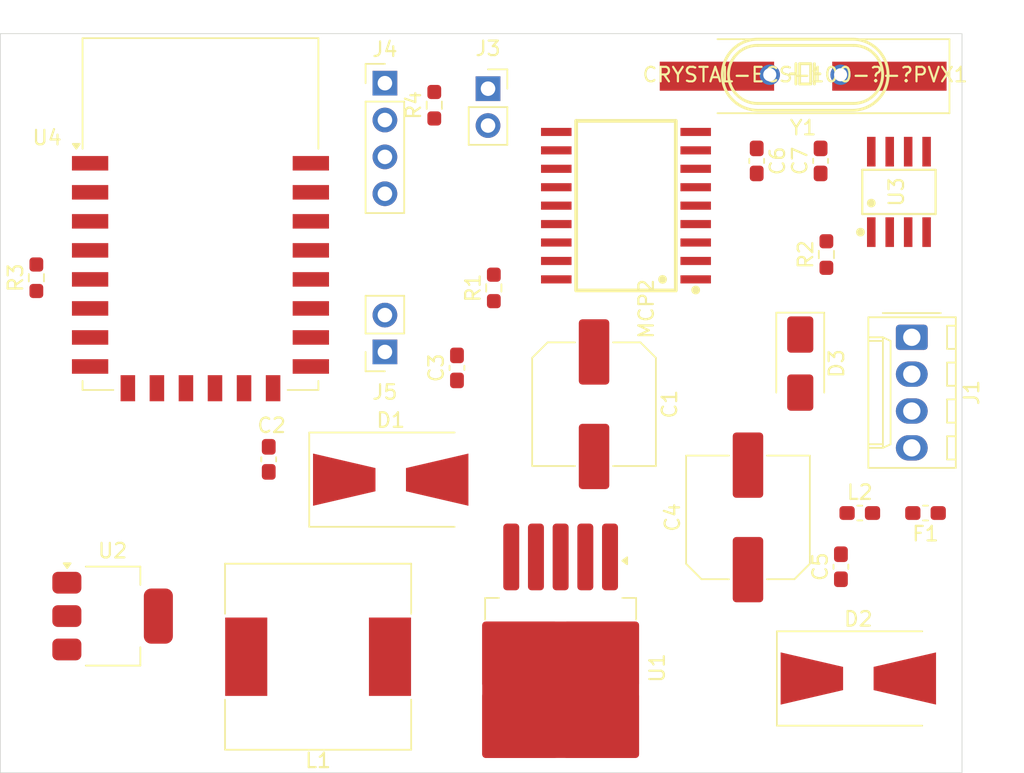
<source format=kicad_pcb>
(kicad_pcb (version 20240108) (generator "pcbnew") (generator_version "8.0")
  (layers (0 "F.Cu" signal "Top Layer") (31 "B.Cu" signal "Bottom Layer") (34 "B.Paste" user "Bottom Paste Mask Layer") (35 "F.Paste" user "Top Paste Mask Layer") (36 "B.SilkS" user "Bottom Silkscreen Layer") (37 "F.SilkS" user "Top Silkscreen Layer") (38 "B.Mask" user "Bottom Solder Mask Layer") (39 "F.Mask" user "Top Solder Mask Layer") (44 "Edge.Cuts" user "Multi-Layer"))
  (net 0 "")
  (net 1 "GND")
  (net 2 "VCC")
  (net 3 "Net-(D2-K)")
  (net 4 "Net-(MCP2-OSC2)")
  (net 5 "Net-(MCP2-OSC1)")
  (net 6 "Net-(D1-K)")
  (net 7 "Net-(D2-A)")
  (net 8 "Net-(D3-A2)")
  (net 9 "Net-(MCP2-SO)")
  (net 10 "Net-(MCP2-~INT~)")
  (net 11 "Net-(MCP2-~CS~)")
  (net 15 "Net-(MCP2-SI)")
  (net 16 "Net-(MCP2-~RESET~)")
  (net 17 "Net-(MCP2-SCK)")
  (net 20 "Net-(MCP2-TXCAN)")
  (net 21 "Net-(MCP2-RXCAN)")
  (net 23 "Net-(U3-CANH)")
  (net 24 "Net-(J1-Pin_1)")
  (net 25 "Net-(U4-EN)")
  (net 26 "+3.3V")
  (net 28 "Net-(J1-Pin_2)")
  (net 34 "+12V")
  (net 39 "Net-(J3-Pin_2)")
  (net 41 "Net-(J4-Pin_2)")
  (net 42 "Net-(J4-Pin_3)")
  (net 43 "Net-(J5-Pin_2)")
  (footprint "Resistor_SMD:R_0603_1608Metric_Pad0.98x0.95mm_HandSolder" (layer "F.Cu") (at 182.9 96.3875 90)
    (property "Reference" "R1" (at 0 -1.43 90) (layer "F.SilkS"))
    (property "Value" "10 k")
    (fp_line (start -0.254724 -0.5225) (end 0.254724 -0.5225) (stroke (width 0.12)) (layer "F.SilkS"))
    (fp_line (start -0.254724 0.5225) (end 0.254724 0.5225) (stroke (width 0.12)) (layer "F.SilkS"))
    (pad "1" smd roundrect (at -0.9125 0 90) (size 0.975 0.95) (layers "F.Cu" "F.Paste" "F.Mask") (net 2 "VCC"))
    (pad "2" smd roundrect (at 0.9125 0 90) (size 0.975 0.95) (layers "F.Cu" "F.Paste" "F.Mask") (net 16 "Net-(MCP2-~RESET~)"))
  )
  (footprint "Connector_PinSocket_2.54mm:PinSocket_1x02_P2.54mm_Vertical" (layer "F.Cu") (at 175.4 100.8 180)
    (property "Reference" "J5" (at 0 -2.77 0) (layer "F.SilkS"))
    (property "Value" "BOOT")
    (fp_line (start 1.33 1.27) (end 1.33 3.87) (stroke (width 0.12)) (layer "F.SilkS"))
    (fp_line (start 1.33 -1.33) (end 1.33 0) (stroke (width 0.12)) (layer "F.SilkS"))
    (fp_line (start 0 -1.33) (end 1.33 -1.33) (stroke (width 0.12)) (layer "F.SilkS"))
    (fp_line (start -1.33 3.87) (end 1.33 3.87) (stroke (width 0.12)) (layer "F.SilkS"))
    (fp_line (start -1.33 1.27) (end 1.33 1.27) (stroke (width 0.12)) (layer "F.SilkS"))
    (fp_line (start -1.33 1.27) (end -1.33 3.87) (stroke (width 0.12)) (layer "F.SilkS"))
    (pad "1" thru_hole rect (at 0 0 180) (size 1.7 1.7) (drill 1) (layers "*.Cu" "*.Mask") (net 1 "GND"))
    (pad "2" thru_hole oval (at 0 2.54 180) (size 1.7 1.7) (drill 1) (layers "*.Cu" "*.Mask") (net 43 "Net-(J5-Pin_2)"))
  )
  (footprint "Capacitor_SMD:C_0603_1608Metric_Pad1.08x0.95mm_HandSolder" (layer "F.Cu") (at 167.4 108.2 90)
    (property "Reference" "C2" (at 2.3375 0.2 0) (layer "F.SilkS"))
    (property "Value" "100 nF")
    (fp_line (start -0.146267 -0.51) (end 0.146267 -0.51) (stroke (width 0.12)) (layer "F.SilkS"))
    (fp_line (start -0.146267 0.51) (end 0.146267 0.51) (stroke (width 0.12)) (layer "F.SilkS"))
    (pad "1" smd roundrect (at -0.8625 0 90) (size 1.075 0.95) (layers "F.Cu" "F.Paste" "F.Mask") (net 2 "VCC"))
    (pad "2" smd roundrect (at 0.8625 0 90) (size 1.075 0.95) (layers "F.Cu" "F.Paste" "F.Mask") (net 1 "GND"))
  )
  (footprint "ProPrj_CAN_2025-04-09:SOIC-8E" (layer "F.Cu") (at 210.795 89.7725 90)
    (property "Reference" "U3" (at 0 -0.174625 90) (layer "F.SilkS"))
    (property "Value" "TJA1050DRG")
    (fp_line (start 1.5215 -2.526) (end -1.5215 -2.526) (stroke (width 0.1525)) (layer "F.SilkS"))
    (fp_line (start 1.5215 2.526) (end 1.5215 -2.526) (stroke (width 0.1525)) (layer "F.SilkS"))
    (fp_line (start 1.5215 2.526) (end -1.5215 2.526) (stroke (width 0.1525)) (layer "F.SilkS"))
    (fp_line (start -1.5215 2.526) (end -1.5215 -2.526) (stroke (width 0.1525)) (layer "F.SilkS"))
    (fp_circle (center -2.7725 -2.6515) (end -2.6225 -2.6515) (stroke (width 0.3)) (fill none) (layer "F.SilkS"))
    (fp_circle (center -0.769 -1.905) (end -0.619 -1.905) (stroke (width 0.3)) (fill none) (layer "F.SilkS"))
    (pad "1" smd rect (at -2.7725 -1.905) (size 0.588 2.045) (layers "F.Cu" "F.Paste" "F.Mask") (net 20 "Net-(MCP2-TXCAN)"))
    (pad "2" smd rect (at -2.7725 -0.635) (size 0.588 2.045) (layers "F.Cu" "F.Paste" "F.Mask") (net 1 "GND"))
    (pad "3" smd rect (at -2.7725 0.635) (size 0.588 2.045) (layers "F.Cu" "F.Paste" "F.Mask") (net 2 "VCC"))
    (pad "4" smd rect (at -2.7725 1.905) (size 0.588 2.045) (layers "F.Cu" "F.Paste" "F.Mask") (net 21 "Net-(MCP2-RXCAN)"))
    (pad "5" smd rect (at 2.7725 1.905) (size 0.588 2.045) (layers "F.Cu" "F.Paste" "F.Mask"))
    (pad "6" smd rect (at 2.7725 0.635) (size 0.588 2.045) (layers "F.Cu" "F.Paste" "F.Mask") (net 28 "Net-(J1-Pin_2)"))
    (pad "7" smd rect (at 2.7725 -0.635) (size 0.588 2.045) (layers "F.Cu" "F.Paste" "F.Mask") (net 23 "Net-(U3-CANH)"))
    (pad "8" smd rect (at 2.7725 -1.905) (size 0.588 2.045) (layers "F.Cu" "F.Paste" "F.Mask") (net 1 "GND"))
  )
  (footprint "Diode_SMD:D_SMB-SMC_Universal_Handsoldering" (layer "F.Cu") (at 208 123.3)
    (property "Reference" "D2" (at 0 -4.1 0) (layer "F.SilkS"))
    (property "Value" "SS510C")
    (fp_line (start -5.61 -3.25) (end 4.4 -3.25) (stroke (width 0.12)) (layer "F.SilkS"))
    (fp_line (start -5.61 3.25) (end -5.61 -3.25) (stroke (width 0.12)) (layer "F.SilkS"))
    (fp_line (start -5.61 3.25) (end 4.4 3.25) (stroke (width 0.12)) (layer "F.SilkS"))
    (pad "1" smd trapezoid (at -3.2 0) (size 4.3 2.6) (rect_delta 1 0) (layers "F.Cu" "F.Paste" "F.Mask") (net 3 "Net-(D2-K)"))
    (pad "2" smd trapezoid (at 3.2 0 180) (size 4.3 2.6) (rect_delta 1 0) (layers "F.Cu" "F.Paste" "F.Mask") (net 7 "Net-(D2-A)"))
  )
  (footprint "Inductor_SMD:L_0603_1608Metric_Pad1.05x0.95mm_HandSolder" (layer "F.Cu") (at 212.625 111.9 180)
    (property "Reference" "F1" (at 0 -1.43 0) (layer "F.SilkS"))
    (property "Value" "MF-SM185/33-2")
    (fp_line (start -0.171267 0.51) (end 0.171267 0.51) (stroke (width 0.12)) (layer "F.SilkS"))
    (fp_line (start -0.171267 -0.51) (end 0.171267 -0.51) (stroke (width 0.12)) (layer "F.SilkS"))
    (pad "1" smd roundrect (at -0.875 0 180) (size 1.05 0.95) (layers "F.Cu" "F.Paste" "F.Mask") (net 34 "+12V"))
    (pad "2" smd roundrect (at 0.875 0 180) (size 1.05 0.95) (layers "F.Cu" "F.Paste" "F.Mask") (net 8 "Net-(D3-A2)"))
  )
  (footprint "Connector_PinSocket_2.54mm:PinSocket_1x02_P2.54mm_Vertical" (layer "F.Cu") (at 182.5 82.66)
    (property "Reference" "J3" (at 0 -2.77 0) (layer "F.SilkS"))
    (property "Value" "RESET")
    (fp_line (start -1.33 1.27) (end -1.33 3.87) (stroke (width 0.12)) (layer "F.SilkS"))
    (fp_line (start -1.33 1.27) (end 1.33 1.27) (stroke (width 0.12)) (layer "F.SilkS"))
    (fp_line (start -1.33 3.87) (end 1.33 3.87) (stroke (width 0.12)) (layer "F.SilkS"))
    (fp_line (start 0 -1.33) (end 1.33 -1.33) (stroke (width 0.12)) (layer "F.SilkS"))
    (fp_line (start 1.33 -1.33) (end 1.33 0) (stroke (width 0.12)) (layer "F.SilkS"))
    (fp_line (start 1.33 1.27) (end 1.33 3.87) (stroke (width 0.12)) (layer "F.SilkS"))
    (pad "1" thru_hole rect (at 0 0) (size 1.7 1.7) (drill 1) (layers "*.Cu" "*.Mask") (net 1 "GND"))
    (pad "2" thru_hole oval (at 0 2.54) (size 1.7 1.7) (drill 1) (layers "*.Cu" "*.Mask") (net 39 "Net-(J3-Pin_2)"))
  )
  (footprint "Diode_SMD:D_SMB-SMC_Universal_Handsoldering" (layer "F.Cu") (at 175.8 109.6)
    (property "Reference" "D1" (at 0 -4.1 0) (layer "F.SilkS"))
    (property "Value" "SS510C")
    (fp_line (start -5.61 -3.25) (end 4.4 -3.25) (stroke (width 0.12)) (layer "F.SilkS"))
    (fp_line (start -5.61 3.25) (end -5.61 -3.25) (stroke (width 0.12)) (layer "F.SilkS"))
    (fp_line (start -5.61 3.25) (end 4.4 3.25) (stroke (width 0.12)) (layer "F.SilkS"))
    (pad "1" smd trapezoid (at -3.2 0) (size 4.3 2.6) (rect_delta 1 0) (layers "F.Cu" "F.Paste" "F.Mask") (net 6 "Net-(D1-K)"))
    (pad "2" smd trapezoid (at 3.2 0 180) (size 4.3 2.6) (rect_delta 1 0) (layers "F.Cu" "F.Paste" "F.Mask") (net 1 "GND"))
  )
  (footprint "Inductor_SMD:L_SXN_SMDRI127" (layer "F.Cu") (at 170.8 121.8 180)
    (property "Reference" "L1" (at 0 -7.15 180) (layer "F.SilkS"))
    (property "Value" "100 uH")
    (fp_line (start 6.41 6.41) (end 6.41 2.96) (stroke (width 0.12)) (layer "F.SilkS"))
    (fp_line (start 6.41 -6.41) (end 6.41 -2.96) (stroke (width 0.12)) (layer "F.SilkS"))
    (fp_line (start -6.41 6.41) (end 6.41 6.41) (stroke (width 0.12)) (layer "F.SilkS"))
    (fp_line (start -6.41 6.41) (end -6.41 2.96) (stroke (width 0.12)) (layer "F.SilkS"))
    (fp_line (start -6.41 -6.41) (end 6.41 -6.41) (stroke (width 0.12)) (layer "F.SilkS"))
    (fp_line (start -6.41 -6.41) (end -6.41 -2.96) (stroke (width 0.12)) (layer "F.SilkS"))
    (pad "1" smd rect (at -4.95 0 180) (size 2.9 5.4) (layers "F.Cu" "F.Paste" "F.Mask") (net 6 "Net-(D1-K)"))
    (pad "2" smd rect (at 4.95 0 180) (size 2.9 5.4) (layers "F.Cu" "F.Paste" "F.Mask") (net 2 "VCC"))
  )
  (footprint "Resistor_SMD:R_0603_1608Metric_Pad0.98x0.95mm_HandSolder" (layer "F.Cu") (at 178.8 83.8 90)
    (property "Reference" "R4" (at 0 -1.43 90) (layer "F.SilkS"))
    (property "Value" "10 k")
    (fp_line (start -0.254724 -0.5225) (end 0.254724 -0.5225) (stroke (width 0.12)) (layer "F.SilkS"))
    (fp_line (start -0.254724 0.5225) (end 0.254724 0.5225) (stroke (width 0.12)) (layer "F.SilkS"))
    (pad "1" smd roundrect (at -0.9125 0 90) (size 0.975 0.95) (layers "F.Cu" "F.Paste" "F.Mask") (net 26 "+3.3V"))
    (pad "2" smd roundrect (at 0.9125 0 90) (size 0.975 0.95) (layers "F.Cu" "F.Paste" "F.Mask") (net 39 "Net-(J3-Pin_2)"))
  )
  (footprint "RF_Module:ESP-12E" (layer "F.Cu") (at 162.7 91.3)
    (property "Reference" "U4" (at -10.56 -5.26 0) (layer "F.SilkS"))
    (property "Value" "ESP-12F")
    (fp_line (start -8.12 -12.12) (end 8.12 -12.12) (stroke (width 0.12)) (layer "F.SilkS"))
    (fp_line (start -8.12 -4.5) (end -8.12 -12.12) (stroke (width 0.12)) (layer "F.SilkS"))
    (fp_line (start -8.12 12.12) (end -8.12 11.5) (stroke (width 0.12)) (layer "F.SilkS"))
    (fp_line (start -6 12.12) (end -8.12 12.12) (stroke (width 0.12)) (layer "F.SilkS"))
    (fp_line (start 8.12 -12.12) (end 8.12 -4.5) (stroke (width 0.12)) (layer "F.SilkS"))
    (fp_line (start 8.12 11.5) (end 8.12 12.12) (stroke (width 0.12)) (layer "F.SilkS"))
    (fp_line (start 8.12 12.12) (end 6 12.12) (stroke (width 0.12)) (layer "F.SilkS"))
    (fp_poly (pts (xy -8.55 -4.5) (xy -8.79 -4.836) (xy -8.31 -4.836) (xy -8.55 -4.5)) (stroke (width 0.12)) (fill solid) (layer "F.SilkS"))
    (pad "1" smd rect (at -7.6 -3.5) (size 2.5 1) (layers "F.Cu" "F.Paste" "F.Mask") (net 39 "Net-(J3-Pin_2)"))
    (pad "2" smd rect (at -7.6 -1.5) (size 2.5 1) (layers "F.Cu" "F.Paste" "F.Mask"))
    (pad "3" smd rect (at -7.6 0.5) (size 2.5 1) (layers "F.Cu" "F.Paste" "F.Mask") (net 25 "Net-(U4-EN)"))
    (pad "4" smd rect (at -7.6 2.5) (size 2.5 1) (layers "F.Cu" "F.Paste" "F.Mask"))
    (pad "5" smd rect (at -7.6 4.5) (size 2.5 1) (layers "F.Cu" "F.Paste" "F.Mask") (net 17 "Net-(MCP2-SCK)"))
    (pad "6" smd rect (at -7.6 6.5) (size 2.5 1) (layers "F.Cu" "F.Paste" "F.Mask") (net 9 "Net-(MCP2-SO)"))
    (pad "7" smd rect (at -7.6 8.5) (size 2.5 1) (layers "F.Cu" "F.Paste" "F.Mask") (net 15 "Net-(MCP2-SI)"))
    (pad "8" smd rect (at -7.6 10.5) (size 2.5 1) (layers "F.Cu" "F.Paste" "F.Mask") (net 26 "+3.3V"))
    (pad "9" smd rect (at -5 12) (size 1 1.8) (layers "F.Cu" "F.Paste" "F.Mask"))
    (pad "10" smd rect (at -3 12) (size 1 1.8) (layers "F.Cu" "F.Paste" "F.Mask"))
    (pad "11" smd rect (at -1 12) (size 1 1.8) (layers "F.Cu" "F.Paste" "F.Mask"))
    (pad "12" smd rect (at 1 12) (size 1 1.8) (layers "F.Cu" "F.Paste" "F.Mask"))
    (pad "13" smd rect (at 3 12) (size 1 1.8) (layers "F.Cu" "F.Paste" "F.Mask"))
    (pad "14" smd rect (at 5 12) (size 1 1.8) (layers "F.Cu" "F.Paste" "F.Mask"))
    (pad "15" smd rect (at 7.6 10.5) (size 2.5 1) (layers "F.Cu" "F.Paste" "F.Mask") (net 1 "GND"))
    (pad "16" smd rect (at 7.6 8.5) (size 2.5 1) (layers "F.Cu" "F.Paste" "F.Mask") (net 11 "Net-(MCP2-~CS~)"))
    (pad "17" smd rect (at 7.6 6.5) (size 2.5 1) (layers "F.Cu" "F.Paste" "F.Mask"))
    (pad "18" smd rect (at 7.6 4.5) (size 2.5 1) (layers "F.Cu" "F.Paste" "F.Mask") (net 43 "Net-(J5-Pin_2)"))
    (pad "19" smd rect (at 7.6 2.5) (size 2.5 1) (layers "F.Cu" "F.Paste" "F.Mask"))
    (pad "20" smd rect (at 7.6 0.5) (size 2.5 1) (layers "F.Cu" "F.Paste" "F.Mask") (net 10 "Net-(MCP2-~INT~)"))
    (pad "21" smd rect (at 7.6 -1.5) (size 2.5 1) (layers "F.Cu" "F.Paste" "F.Mask") (net 42 "Net-(J4-Pin_3)"))
    (pad "22" smd rect (at 7.6 -3.5) (size 2.5 1) (layers "F.Cu" "F.Paste" "F.Mask") (net 41 "Net-(J4-Pin_2)"))
  )
  (footprint "Inductor_SMD:L_0603_1608Metric_Pad1.05x0.95mm_HandSolder" (layer "F.Cu") (at 208.1 111.9)
    (property "Reference" "L2" (at 0 -1.43 0) (layer "F.SilkS"))
    (property "Value" "BLM18PG121SN1D")
    (fp_line (start -0.171267 -0.51) (end 0.171267 -0.51) (stroke (width 0.12)) (layer "F.SilkS"))
    (fp_line (start -0.171267 0.51) (end 0.171267 0.51) (stroke (width 0.12)) (layer "F.SilkS"))
    (pad "1" smd roundrect (at -0.875 0) (size 1.05 0.95) (layers "F.Cu" "F.Paste" "F.Mask") (net 8 "Net-(D3-A2)"))
    (pad "2" smd roundrect (at 0.875 0) (size 1.05 0.95) (layers "F.Cu" "F.Paste" "F.Mask") (net 7 "Net-(D2-A)"))
  )
  (footprint "Capacitor_SMD:C_0603_1608Metric_Pad1.08x0.95mm_HandSolder" (layer "F.Cu") (at 206.8 115.6 90)
    (property "Reference" "C5" (at 0 -1.43 90) (layer "F.SilkS"))
    (property "Value" "100 nF")
    (fp_line (start -0.146267 -0.51) (end 0.146267 -0.51) (stroke (width 0.12)) (layer "F.SilkS"))
    (fp_line (start -0.146267 0.51) (end 0.146267 0.51) (stroke (width 0.12)) (layer "F.SilkS"))
    (pad "1" smd roundrect (at -0.8625 0 90) (size 1.075 0.95) (layers "F.Cu" "F.Paste" "F.Mask") (net 3 "Net-(D2-K)"))
    (pad "2" smd roundrect (at 0.8625 0 90) (size 1.075 0.95) (layers "F.Cu" "F.Paste" "F.Mask") (net 1 "GND"))
  )
  (footprint "Diode_SMD:D_SMA" (layer "F.Cu") (at 204 101.6 -90)
    (property "Reference" "D3" (at 0 -2.5 90) (layer "F.SilkS"))
    (property "Value" "SMAJ33CA")
    (fp_line (start -3.51 1.65) (end 2 1.65) (stroke (width 0.12)) (layer "F.SilkS"))
    (fp_line (start -3.51 -1.65) (end -3.51 1.65) (stroke (width 0.12)) (layer "F.SilkS"))
    (fp_line (start -3.51 -1.65) (end 2 -1.65) (stroke (width 0.12)) (layer "F.SilkS"))
    (pad "1" smd roundrect (at -2 0 270) (size 2.5 1.8) (layers "F.Cu" "F.Paste" "F.Mask") (roundrect_rratio 0.1388888889) (net 1 "GND"))
    (pad "2" smd roundrect (at 2 0 270) (size 2.5 1.8) (layers "F.Cu" "F.Paste" "F.Mask") (roundrect_rratio 0.1388888889) (net 8 "Net-(D3-A2)"))
  )
  (footprint "Crystal:Crystal_SMD_HC49-SD_HandSoldering" (layer "F.Cu") (at 204.2 81.8 180)
    (property "Reference" "Y1" (at 0 -3.55 0) (layer "F.SilkS"))
    (property "Value" "Crystal")
    (fp_line (start 5.9 -2.55) (end -10.075 -2.55) (stroke (width 0.12)) (layer "F.SilkS"))
    (fp_line (start -10.075 2.55) (end 5.9 2.55) (stroke (width 0.12)) (layer "F.SilkS"))
    (fp_line (start -10.075 -2.55) (end -10.075 2.55) (stroke (width 0.12)) (layer "F.SilkS"))
    (pad "1" smd rect (at -5.9375 0 180) (size 7.875 2) (layers "F.Cu" "F.Paste" "F.Mask") (net 5 "Net-(MCP2-OSC1)"))
    (pad "2" smd rect (at 5.9375 0 180) (size 7.875 2) (layers "F.Cu" "F.Paste" "F.Mask") (net 4 "Net-(MCP2-OSC2)"))
  )
  (footprint "Package_TO_SOT_SMD:SOT-223-3_TabPin2" (layer "F.Cu") (at 156.65 119)
    (property "Reference" "U2" (at 0 -4.5 0) (layer "F.SilkS"))
    (property "Value" "AMS1117-3.3")
    (fp_line (start -1.85 -3.41) (end 1.91 -3.41) (stroke (width 0.12)) (layer "F.SilkS"))
    (fp_line (start -1.85 3.41) (end 1.91 3.41) (stroke (width 0.12)) (layer "F.SilkS"))
    (fp_line (start 1.91 -3.41) (end 1.91 -2.15) (stroke (width 0.12)) (layer "F.SilkS"))
    (fp_line (start 1.91 3.41) (end 1.91 2.15) (stroke (width 0.12)) (layer "F.SilkS"))
    (fp_poly (pts (xy -3.13 -3.31) (xy -3.37 -3.64) (xy -2.89 -3.64) (xy -3.13 -3.31)) (stroke (width 0.12)) (fill solid) (layer "F.SilkS"))
    (pad "1" smd roundrect (at -3.15 -2.3) (size 2 1.5) (layers "F.Cu" "F.Paste" "F.Mask") (net 1 "GND"))
    (pad "2" smd roundrect (at -3.15 0) (size 2 1.5) (layers "F.Cu" "F.Paste" "F.Mask") (net 26 "+3.3V"))
    (pad "2" smd roundrect (at 3.15 0) (size 2 3.8) (layers "F.Cu" "F.Paste" "F.Mask") (net 26 "+3.3V"))
    (pad "3" smd roundrect (at -3.15 2.3) (size 2 1.5) (layers "F.Cu" "F.Paste" "F.Mask") (net 2 "VCC"))
  )
  (footprint "Resistor_SMD:R_0603_1608Metric_Pad0.98x0.95mm_HandSolder" (layer "F.Cu") (at 151.4 95.6875 90)
    (property "Reference" "R3" (at 0 -1.43 90) (layer "F.SilkS"))
    (property "Value" "10 k")
    (fp_line (start -0.254724 -0.5225) (end 0.254724 -0.5225) (stroke (width 0.12)) (layer "F.SilkS"))
    (fp_line (start -0.254724 0.5225) (end 0.254724 0.5225) (stroke (width 0.12)) (layer "F.SilkS"))
    (pad "1" smd roundrect (at -0.9125 0 90) (size 0.975 0.95) (layers "F.Cu" "F.Paste" "F.Mask") (net 26 "+3.3V"))
    (pad "2" smd roundrect (at 0.9125 0 90) (size 0.975 0.95) (layers "F.Cu" "F.Paste" "F.Mask") (net 25 "Net-(U4-EN)"))
  )
  (footprint "ProPrj_CAN_2025-04-09:HC-49US_L11.5-W4.5-P4.88" (layer "F.Cu") (at 204.338 81.7 180)
    (property "Reference" "CRYSTAL-ECS-100-?-?PVX1" (at 0 0 0) (layer "F.SilkS"))
    (property "Value" "8MHz")
    (fp_line (start 3.2815 2.0235) (end -3.334 2.0235) (stroke (width 0.2)) (layer "F.SilkS"))
    (fp_line (start 3.2815 -1.9765) (end -3.334 -1.9765) (stroke (width 0.2)) (layer "F.SilkS"))
    (fp_line (start 3.2 2.45) (end -3.2 2.45) (stroke (width 0.2)) (layer "F.SilkS"))
    (fp_line (start 3.2 -2.45) (end -3.2 -2.45) (stroke (width 0.2)) (layer "F.SilkS"))
    (fp_line (start 1.016 0.0635) (end 0.635 0.0635) (stroke (width 0.2)) (layer "F.SilkS"))
    (fp_line (start 0.635 -0.635) (end 0.635 0.762) (stroke (width 0.2)) (layer "F.SilkS"))
    (fp_line (start 0.381 0.762) (end -0.381 0.762) (stroke (width 0.2)) (layer "F.SilkS"))
    (fp_line (start 0.381 -0.635) (end 0.381 0.762) (stroke (width 0.2)) (layer "F.SilkS"))
    (fp_line (start 0.381 -0.635) (end -0.381 -0.635) (stroke (width 0.2)) (layer "F.SilkS"))
    (fp_line (start -0.381 -0.635) (end -0.381 0.762) (stroke (width 0.2)) (layer "F.SilkS"))
    (fp_line (start -0.635 0.0635) (end -1.016 0.0635) (stroke (width 0.2)) (layer "F.SilkS"))
    (fp_line (start -0.635 -0.635) (end -0.635 0.762) (stroke (width 0.2)) (layer "F.SilkS"))
    (fp_arc (start 3.2815 -1.9765) (mid 5.2815 0.0235) (end 3.2815 2.0235) (stroke (width 0.2)) (layer "F.SilkS"))
    (fp_arc (start 3.273 -2.45) (mid 5.723 0) (end 3.273 2.45) (stroke (width 0.2)) (layer "F.SilkS"))
    (fp_arc (start -3.273 2.45) (mid -5.723 0) (end -3.273 -2.45) (stroke (width 0.2)) (layer "F.SilkS"))
    (fp_arc (start -3.334 2.0235) (mid -5.334 0.0235) (end -3.334 -1.9765) (stroke (width 0.2)) (layer "F.SilkS"))
    (pad "1" thru_hole circle (at -2.438 0 180) (size 1.4 1.4) (drill 0.9) (layers "*.Cu" "*.Mask") (net 5 "Net-(MCP2-OSC1)"))
    (pad "2" thru_hole circle (at 2.438 0 180) (size 1.4 1.4) (drill 0.9) (layers "*.Cu" "*.Mask") (net 4 "Net-(MCP2-OSC2)"))
  )
  (footprint "Package_TO_SOT_SMD:TO-263-5_TabPin3" (layer "F.Cu") (at 187.5 122.575 -90)
    (property "Reference" "U1" (at 0 -6.65 -90) (layer "F.SilkS"))
    (property "Value" "LM2575-5.0BT")
    (fp_line (start -4.825 5.2) (end -4.825 4.25) (stroke (width 0.12)) (layer "F.SilkS"))
    (fp_line (start -3.325 5.2) (end -4.825 5.2) (stroke (width 0.12)) (layer "F.SilkS"))
    (fp_line (start -4.825 -5.2) (end -4.825 -4.25) (stroke (width 0.12)) (layer "F.SilkS"))
    (fp_line (start -3.325 -5.2) (end -4.825 -5.2) (stroke (width 0.12)) (layer "F.SilkS"))
    (fp_poly (pts (xy -7.3875 -4.25) (xy -7.6275 -4.58) (xy -7.1475 -4.58) (xy -7.3875 -4.25)) (stroke (width 0.12)) (fill solid) (layer "F.SilkS"))
    (pad "1" smd roundrect (at -7.65 -3.4 270) (size 4.6 1.1) (layers "F.Cu" "F.Paste" "F.Mask") (roundrect_rratio 0.227273) (net 3 "Net-(D2-K)"))
    (pad "2" smd roundrect (at -7.65 -1.7 270) (size 4.6 1.1) (layers "F.Cu" "F.Paste" "F.Mask") (roundrect_rratio 0.227273) (net 6 "Net-(D1-K)"))
    (pad "3" smd roundrect (at -7.65 0 270) (size 4.6 1.1) (layers "F.Cu" "F.Paste" "F.Mask") (roundrect_rratio 0.227273) (net 1 "GND"))
    (pad "3" smd roundrect (at -0.925 -2.775 270) (size 4.55 5.25) (layers "F.Cu" "F.Paste") (roundrect_rratio 0.054945) (net 1 "GND"))
    (pad "3" smd roundrect (at -0.925 2.775 270) (size 4.55 5.25) (layers "F.Cu" "F.Paste") (roundrect_rratio 0.054945) (net 1 "GND"))
    (pad "3" smd roundrect (at 1.5 0 270) (size 9.4 10.8) (layers "F.Cu" "F.Mask") (roundrect_rratio 0.026596) (net 1 "GND"))
    (pad "3" smd roundrect (at 3.925 -2.775 270) (size 4.55 5.25) (layers "F.Cu" "F.Paste") (roundrect_rratio 0.054945) (net 1 "GND"))
    (pad "3" smd roundrect (at 3.925 2.775 270) (size 4.55 5.25) (layers "F.Cu" "F.Paste") (roundrect_rratio 0.054945) (net 1 "GND"))
    (pad "4" smd roundrect (at -7.65 1.7 270) (size 4.6 1.1) (layers "F.Cu" "F.Paste" "F.Mask") (roundrect_rratio 0.227273) (net 2 "VCC"))
    (pad "5" smd roundrect (at -7.65 3.4 270) (size 4.6 1.1) (layers "F.Cu" "F.Paste" "F.Mask") (roundrect_rratio 0.227273) (net 1 "GND"))
  )
  (footprint "Connector_Molex:Molex_KK-254_AE-6410-04A_1x04_P2.54mm_Vertical" (layer "F.Cu") (at 211.68 99.79 -90)
    (property "Reference" "J1" (at 3.81 -4.12 90) (layer "F.SilkS"))
    (property "Value" "KF2510-4")
    (fp_line (start -1.38 2.99) (end 9 2.99) (stroke (width 0.12)) (layer "F.SilkS"))
    (fp_line (start 0 2.99) (end 0 1.99) (stroke (width 0.12)) (layer "F.SilkS"))
    (fp_line (start 0.25 2.99) (end 0.25 1.99) (stroke (width 0.12)) (layer "F.SilkS"))
    (fp_line (start 7.37 2.99) (end 7.37 1.99) (stroke (width 0.12)) (layer "F.SilkS"))
    (fp_line (start 9 2.99) (end 9 -3.03) (stroke (width 0.12)) (layer "F.SilkS"))
    (fp_line (start 0 1.99) (end 7.62 1.99) (stroke (width 0.12)) (layer "F.SilkS"))
    (fp_line (start 0 1.99) (end 0.25 1.46) (stroke (width 0.12)) (layer "F.SilkS"))
    (fp_line (start 7.62 1.99) (end 7.62 2.99) (stroke (width 0.12)) (layer "F.SilkS"))
    (fp_line (start 0.25 1.46) (end 7.37 1.46) (stroke (width 0.12)) (layer "F.SilkS"))
    (fp_line (start 7.37 1.46) (end 7.62 1.99) (stroke (width 0.12)) (layer "F.SilkS"))
    (fp_line (start -1.67 -2) (end -1.67 2) (stroke (width 0.12)) (layer "F.SilkS"))
    (fp_line (start -0.8 -2.43) (end 0.8 -2.43) (stroke (width 0.12)) (layer "F.SilkS"))
    (fp_line (start 0.8 -2.43) (end 0.8 -3.03) (stroke (width 0.12)) (layer "F.SilkS"))
    (fp_line (start 1.74 -2.43) (end 3.34 -2.43) (stroke (width 0.12)) (layer "F.SilkS"))
    (fp_line (start 3.34 -2.43) (end 3.34 -3.03) (stroke (width 0.12)) (layer "F.SilkS"))
    (fp_line (start 4.28 -2.43) (end 5.88 -2.43) (stroke (width 0.12)) (layer "F.SilkS"))
    (fp_line (start 5.88 -2.43) (end 5.88 -3.03) (stroke (width 0.12)) (layer "F.SilkS"))
    (fp_line (start 6.82 -2.43) (end 8.42 -2.43) (stroke (width 0.12)) (layer "F.SilkS"))
    (fp_line (start 8.42 -2.43) (end 8.42 -3.03) (stroke (width 0.12)) (layer "F.SilkS"))
    (fp_line (start -1.38 -3.03) (end -1.38 2.99) (stroke (width 0.12)) (layer "F.SilkS"))
    (fp_line (start -0.8 -3.03) (end -0.8 -2.43) (stroke (width 0.12)) (layer "F.SilkS"))
    (fp_line (start 1.74 -3.03) (end 1.74 -2.43) (stroke (width 0.12)) (layer "F.SilkS"))
    (fp_line (start 4.28 -3.03) (end 4.28 -2.43) (stroke (width 0.12)) (layer "F.SilkS"))
    (fp_line (start 6.82 -3.03) (end 6.82 -2.43) (stroke (width 0.12)) (layer "F.SilkS"))
    (fp_line (start 9 -3.03) (end -1.38 -3.03) (stroke (width 0.12)) (layer "F.SilkS"))
    (pad "1" thru_hole roundrect (at 0 0 270) (size 1.74 2.19) (drill 1.19) (layers "*.Cu" "*.Mask") (roundrect_rratio 0.143678) (net 24 "Net-(J1-Pin_1)"))
    (pad "2" thru_hole oval (at 2.54 0 270) (size 1.74 2.19) (drill 1.19) (layers "*.Cu" "*.Mask") (net 28 "Net-(J1-Pin_2)"))
    (pad "3" thru_hole oval (at 5.08 0 270) (size 1.74 2.19) (drill 1.19) (layers "*.Cu" "*.Mask") (net 1 "GND"))
    (pad "4" thru_hole oval (at 7.62 0 270) (size 1.74 2.19) (drill 1.19) (layers "*.Cu" "*.Mask") (net 34 "+12V"))
  )
  (footprint "Connector_PinHeader_2.54mm:PinHeader_1x04_P2.54mm_Vertical" (layer "F.Cu") (at 175.4 82.28)
    (property "Reference" "J4" (at 0 -2.33 0) (layer "F.SilkS"))
    (property "Value" "PROG")
    (fp_line (start -1.33 -1.33) (end 0 -1.33) (stroke (width 0.12)) (layer "F.SilkS"))
    (fp_line (start -1.33 0) (end -1.33 -1.33) (stroke (width 0.12)) (layer "F.SilkS"))
    (fp_line (start -1.33 1.27) (end -1.33 8.95) (stroke (width 0.12)) (layer "F.SilkS"))
    (fp_line (start -1.33 1.27) (end 1.33 1.27) (stroke (width 0.12)) (layer "F.SilkS"))
    (fp_line (start -1.33 8.95) (end 1.33 8.95) (stroke (width 0.12)) (layer "F.SilkS"))
    (fp_line (start 1.33 1.27) (end 1.33 8.95) (stroke (width 0.12)) (layer "F.SilkS"))
    (pad "1" thru_hole rect (at 0 0) (size 1.7 1.7) (drill 1) (layers "*.Cu" "*.Mask") (net 1 "GND"))
    (pad "2" thru_hole oval (at 0 2.54) (size 1.7 1.7) (drill 1) (layers "*.Cu" "*.Mask") (net 41 "Net-(J4-Pin_2)"))
    (pad "3" thru_hole oval (at 0 5.08) (size 1.7 1.7) (drill 1) (layers "*.Cu" "*.Mask") (net 42 "Net-(J4-Pin_3)"))
    (pad "4" thru_hole oval (at 0 7.62) (size 1.7 1.7) (drill 1) (layers "*.Cu" "*.Mask") (net 26 "+3.3V"))
  )
  (footprint "Capacitor_SMD:C_0603_1608Metric_Pad1.08x0.95mm_HandSolder" (layer "F.Cu") (at 205.4 87.6375 90)
    (property "Reference" "C7" (at 0 -1.43 90) (layer "F.SilkS"))
    (property "Value" "22 pF")
    (fp_line (start -0.146267 -0.51) (end 0.146267 -0.51) (stroke (width 0.12)) (layer "F.SilkS"))
    (fp_line (start -0.146267 0.51) (end 0.146267 0.51) (stroke (width 0.12)) (layer "F.SilkS"))
    (pad "1" smd roundrect (at -0.8625 0 90) (size 1.075 0.95) (layers "F.Cu" "F.Paste" "F.Mask") (net 1 "GND"))
    (pad "2" smd roundrect (at 0.8625 0 90) (size 1.075 0.95) (layers "F.Cu" "F.Paste" "F.Mask") (net 5 "Net-(MCP2-OSC1)"))
  )
  (footprint "Capacitor_SMD:C_0603_1608Metric_Pad1.08x0.95mm_HandSolder" (layer "F.Cu") (at 201 87.6375 -90)
    (property "Reference" "C6" (at 0 -1.43 90) (layer "F.SilkS"))
    (property "Value" "22 pF")
    (fp_line (start -0.146267 0.51) (end 0.146267 0.51) (stroke (width 0.12)) (layer "F.SilkS"))
    (fp_line (start -0.146267 -0.51) (end 0.146267 -0.51) (stroke (width 0.12)) (layer "F.SilkS"))
    (pad "1" smd roundrect (at -0.8625 0 270) (size 1.075 0.95) (layers "F.Cu" "F.Paste" "F.Mask") (net 1 "GND"))
    (pad "2" smd roundrect (at 0.8625 0 270) (size 1.075 0.95) (layers "F.Cu" "F.Paste" "F.Mask") (net 4 "Net-(MCP2-OSC2)"))
  )
  (footprint "ProPrj_CAN_2025-04-09:SOIC-18_L11.6-W7.5-P1.27-LS10.3-BL" (layer "F.Cu") (at 192 90.72 90)
    (property "Reference" "MCP2" (at -7.112 1.397 90) (layer "F.SilkS"))
    (property "Value" "MCP2515-I")
    (fp_line (start -5.842 -3.429) (end 5.842 -3.429) (stroke (width 0.254)) (layer "F.SilkS"))
    (fp_line (start 5.842 3.429) (end 5.842 -3.429) (stroke (width 0.254)) (layer "F.SilkS"))
    (fp_line (start -5.842 3.429) (end -5.842 -3.429) (stroke (width 0.254)) (layer "F.SilkS"))
    (fp_line (start -5.842 3.429) (end 5.842 3.429) (stroke (width 0.254)) (layer "F.SilkS"))
    (fp_circle (center -5.08 2.519) (end -4.93 2.519) (stroke (width 0.3)) (fill none) (layer "F.SilkS"))
    (fp_circle (center -5.8125 4.8) (end -5.662 4.8) (stroke (width 0.3)) (fill none) (layer "F.SilkS"))
    (pad "1" smd rect (at -5.08 4.8 90) (size 0.56 2.1) (layers "F.Cu" "F.Paste" "F.Mask") (net 20 "Net-(MCP2-TXCAN)"))
    (pad "2" smd rect (at -3.81 4.8 90) (size 0.56 2.1) (layers "F.Cu" "F.Paste" "F.Mask") (net 21 "Net-(MCP2-RXCAN)"))
    (pad "3" smd rect (at -2.54 4.8 90) (size 0.56 2.1) (layers "F.Cu" "F.Paste" "F.Mask"))
    (pad "4" smd rect (at -1.27 4.8 90) (size 0.56 2.1) (layers "F.Cu" "F.Paste" "F.Mask"))
    (pad "5" smd rect (at 0 4.8 90) (size 0.56 2.1) (layers "F.Cu" "F.Paste" "F.Mask"))
    (pad "6" smd rect (at 1.27 4.8 90) (size 0.56 2.1) (layers "F.Cu" "F.Paste" "F.Mask"))
    (pad "7" smd rect (at 2.54 4.8 90) (size 0.56 2.1) (layers "F.Cu" "F.Paste" "F.Mask") (net 4 "Net-(MCP2-OSC2)"))
    (pad "8" smd rect (at 3.81 4.8 90) (size 0.56 2.1) (layers "F.Cu" "F.Paste" "F.Mask") (net 5 "Net-(MCP2-OSC1)"))
    (pad "9" smd rect (at 5.08 4.8 90) (size 0.56 2.1) (layers "F.Cu" "F.Paste" "F.Mask") (net 1 "GND"))
    (pad "10" smd rect (at 5.08 -4.8 90) (size 0.56 2.1) (layers "F.Cu" "F.Paste" "F.Mask"))
    (pad "11" smd rect (at 3.81 -4.8 90) (size 0.56 2.1) (layers "F.Cu" "F.Paste" "F.Mask"))
    (pad "12" smd rect (at 2.54 -4.8 90) (size 0.56 2.1) (layers "F.Cu" "F.Paste" "F.Mask") (net 10 "Net-(MCP2-~INT~)"))
    (pad "13" smd rect (at 1.27 -4.8 90) (size 0.56 2.1) (layers "F.Cu" "F.Paste" "F.Mask") (net 17 "Net-(MCP2-SCK)"))
    (pad "14" smd rect (at 0 -4.8 90) (size 0.56 2.1) (layers "F.Cu" "F.Paste" "F.Mask") (net 15 "Net-(MCP2-SI)"))
    (pad "15" smd rect (at -1.27 -4.8 90) (size 0.56 2.1) (layers "F.Cu" "F.Paste" "F.Mask") (net 9 "Net-(MCP2-SO)"))
    (pad "16" smd rect (at -2.54 -4.8 90) (size 0.56 2.1) (layers "F.Cu" "F.Paste" "F.Mask") (net 11 "Net-(MCP2-~CS~)"))
    (pad "17" smd rect (at -3.81 -4.8 90) (size 0.56 2.1) (layers "F.Cu" "F.Paste" "F.Mask") (net 16 "Net-(MCP2-~RESET~)"))
    (pad "18" smd rect (at -5.08 -4.8 90) (size 0.56 2.1) (layers "F.Cu" "F.Paste" "F.Mask") (net 2 "VCC"))
  )
  (footprint "Capacitor_SMD:C_0603_1608Metric_Pad1.08x0.95mm_HandSolder" (layer "F.Cu") (at 180.3625 101.9 90)
    (property "Reference" "C3" (at 0 -1.43 90) (layer "F.SilkS"))
    (property "Value" "100 nF")
    (fp_line (start -0.146267 -0.51) (end 0.146267 -0.51) (stroke (width 0.12)) (layer "F.SilkS"))
    (fp_line (start -0.146267 0.51) (end 0.146267 0.51) (stroke (width 0.12)) (layer "F.SilkS"))
    (pad "1" smd roundrect (at -0.8625 0 90) (size 1.075 0.95) (layers "F.Cu" "F.Paste" "F.Mask") (net 2 "VCC"))
    (pad "2" smd roundrect (at 0.8625 0 90) (size 1.075 0.95) (layers "F.Cu" "F.Paste" "F.Mask") (net 1 "GND"))
  )
  (footprint "Resistor_SMD:R_0603_1608Metric_Pad0.98x0.95mm_HandSolder" (layer "F.Cu") (at 205.8 94.0875 90)
    (property "Reference" "R2" (at 0 -1.43 90) (layer "F.SilkS"))
    (property "Value" "120")
    (fp_line (start -0.254724 -0.5225) (end 0.254724 -0.5225) (stroke (width 0.12)) (layer "F.SilkS"))
    (fp_line (start -0.254724 0.5225) (end 0.254724 0.5225) (stroke (width 0.12)) (layer "F.SilkS"))
    (pad "1" smd roundrect (at -0.9125 0 90) (size 0.975 0.95) (layers "F.Cu" "F.Paste" "F.Mask") (net 24 "Net-(J1-Pin_1)"))
    (pad "2" smd roundrect (at 0.9125 0 90) (size 0.975 0.95) (layers "F.Cu" "F.Paste" "F.Mask") (net 23 "Net-(U3-CANH)"))
  )
  (footprint "Capacitor_SMD:C_Elec_8x10.2" (layer "F.Cu") (at 200.4 112.2 90)
    (property "Reference" "C4" (at 0 -5.2 90) (layer "F.SilkS"))
    (property "Value" "470 uF")
    (fp_line (start 4.26 -4.26) (end 4.26 -1.31) (stroke (width 0.12)) (layer "F.SilkS"))
    (fp_line (start -3.195563 -4.26) (end 4.26 -4.26) (stroke (width 0.12)) (layer "F.SilkS"))
    (fp_line (start -4.26 -3.195563) (end -3.195563 -4.26) (stroke (width 0.12)) (layer "F.SilkS"))
    (fp_line (start -4.26 -3.195563) (end -4.26 -1.31) (stroke (width 0.12)) (layer "F.SilkS"))
    (fp_line (start -4.26 3.195563) (end -4.26 1.31) (stroke (width 0.12)) (layer "F.SilkS"))
    (fp_line (start -4.26 3.195563) (end -3.195563 4.26) (stroke (width 0.12)) (layer "F.SilkS"))
    (fp_line (start 4.26 4.26) (end 4.26 1.31) (stroke (width 0.12)) (layer "F.SilkS"))
    (fp_line (start -3.195563 4.26) (end 4.26 4.26) (stroke (width 0.12)) (layer "F.SilkS"))
    (pad "1" smd roundrect (at -3.6 0 90) (size 4.5 2.1) (layers "F.Cu" "F.Paste" "F.Mask") (roundrect_rratio 0.119048) (net 3 "Net-(D2-K)"))
    (pad "2" smd roundrect (at 3.6 0 90) (size 4.5 2.1) (layers "F.Cu" "F.Paste" "F.Mask") (roundrect_rratio 0.119048) (net 1 "GND"))
  )
  (footprint "Capacitor_SMD:C_Elec_8x10.2" (layer "F.Cu") (at 189.8 104.4 -90)
    (property "Reference" "C1" (at 0 -5.2 90) (layer "F.SilkS"))
    (property "Value" "470 uF")
    (fp_line (start -3.195563 4.26) (end 4.26 4.26) (stroke (width 0.12)) (layer "F.SilkS"))
    (fp_line (start 4.26 4.26) (end 4.26 1.31) (stroke (width 0.12)) (layer "F.SilkS"))
    (fp_line (start -4.26 3.195563) (end -3.195563 4.26) (stroke (width 0.12)) (layer "F.SilkS"))
    (fp_line (start -4.26 3.195563) (end -4.26 1.31) (stroke (width 0.12)) (layer "F.SilkS"))
    (fp_line (start -4.26 -3.195563) (end -4.26 -1.31) (stroke (width 0.12)) (layer "F.SilkS"))
    (fp_line (start -4.26 -3.195563) (end -3.195563 -4.26) (stroke (width 0.12)) (layer "F.SilkS"))
    (fp_line (start -3.195563 -4.26) (end 4.26 -4.26) (stroke (width 0.12)) (layer "F.SilkS"))
    (fp_line (start 4.26 -4.26) (end 4.26 -1.31) (stroke (width 0.12)) (layer "F.SilkS"))
    (pad "1" smd roundrect (at -3.6 0 270) (size 4.5 2.1) (layers "F.Cu" "F.Paste" "F.Mask") (roundrect_rratio 0.119048) (net 2 "VCC"))
    (pad "2" smd roundrect (at 3.6 0 270) (size 4.5 2.1) (layers "F.Cu" "F.Paste" "F.Mask") (roundrect_rratio 0.119048) (net 1 "GND"))
  )
  (gr_rect (start 148.921 78.867) (end 215.138 129.794) (stroke (width 0.05)) (fill none) (layer "Edge.Cuts"))
)
</source>
